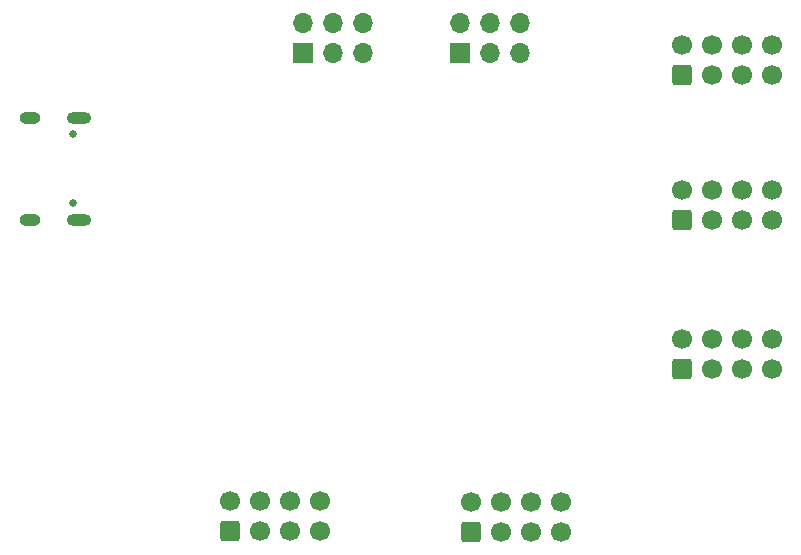
<source format=gbr>
G04 #@! TF.GenerationSoftware,KiCad,Pcbnew,8.0.6-8.0.6-0~ubuntu24.04.1*
G04 #@! TF.CreationDate,2024-11-11T15:02:52+01:00*
G04 #@! TF.ProjectId,PicoMother,5069636f-4d6f-4746-9865-722e6b696361,1*
G04 #@! TF.SameCoordinates,Original*
G04 #@! TF.FileFunction,Soldermask,Bot*
G04 #@! TF.FilePolarity,Negative*
%FSLAX46Y46*%
G04 Gerber Fmt 4.6, Leading zero omitted, Abs format (unit mm)*
G04 Created by KiCad (PCBNEW 8.0.6-8.0.6-0~ubuntu24.04.1) date 2024-11-11 15:02:52*
%MOMM*%
%LPD*%
G01*
G04 APERTURE LIST*
G04 Aperture macros list*
%AMRoundRect*
0 Rectangle with rounded corners*
0 $1 Rounding radius*
0 $2 $3 $4 $5 $6 $7 $8 $9 X,Y pos of 4 corners*
0 Add a 4 corners polygon primitive as box body*
4,1,4,$2,$3,$4,$5,$6,$7,$8,$9,$2,$3,0*
0 Add four circle primitives for the rounded corners*
1,1,$1+$1,$2,$3*
1,1,$1+$1,$4,$5*
1,1,$1+$1,$6,$7*
1,1,$1+$1,$8,$9*
0 Add four rect primitives between the rounded corners*
20,1,$1+$1,$2,$3,$4,$5,0*
20,1,$1+$1,$4,$5,$6,$7,0*
20,1,$1+$1,$6,$7,$8,$9,0*
20,1,$1+$1,$8,$9,$2,$3,0*%
G04 Aperture macros list end*
%ADD10RoundRect,0.250000X0.600000X-0.600000X0.600000X0.600000X-0.600000X0.600000X-0.600000X-0.600000X0*%
%ADD11C,1.700000*%
%ADD12R,1.700000X1.700000*%
%ADD13O,1.700000X1.700000*%
%ADD14C,0.650000*%
%ADD15O,2.100000X1.000000*%
%ADD16O,1.800000X1.000000*%
G04 APERTURE END LIST*
D10*
G04 #@! TO.C,J5*
X119989600Y-123240800D03*
D11*
X119989600Y-120700800D03*
X122529600Y-123240800D03*
X122529600Y-120700800D03*
X125069600Y-123240800D03*
X125069600Y-120700800D03*
X127609600Y-123240800D03*
X127609600Y-120700800D03*
G04 #@! TD*
D10*
G04 #@! TO.C,J3*
X158200000Y-109575600D03*
D11*
X158200000Y-107035600D03*
X160740000Y-109575600D03*
X160740000Y-107035600D03*
X163280000Y-109575600D03*
X163280000Y-107035600D03*
X165820000Y-109575600D03*
X165820000Y-107035600D03*
G04 #@! TD*
D10*
G04 #@! TO.C,J2*
X158200000Y-96901000D03*
D11*
X158200000Y-94361000D03*
X160740000Y-96901000D03*
X160740000Y-94361000D03*
X163280000Y-96901000D03*
X163280000Y-94361000D03*
X165820000Y-96901000D03*
X165820000Y-94361000D03*
G04 #@! TD*
D12*
G04 #@! TO.C,J8*
X126111000Y-82750000D03*
D13*
X126111000Y-80210000D03*
X128651000Y-82750000D03*
X128651000Y-80210000D03*
X131191000Y-82750000D03*
X131191000Y-80210000D03*
G04 #@! TD*
D10*
G04 #@! TO.C,J1*
X158200000Y-84683600D03*
D11*
X158200000Y-82143600D03*
X160740000Y-84683600D03*
X160740000Y-82143600D03*
X163280000Y-84683600D03*
X163280000Y-82143600D03*
X165820000Y-84683600D03*
X165820000Y-82143600D03*
G04 #@! TD*
D10*
G04 #@! TO.C,J4*
X140385800Y-123317000D03*
D11*
X140385800Y-120777000D03*
X142925800Y-123317000D03*
X142925800Y-120777000D03*
X145465800Y-123317000D03*
X145465800Y-120777000D03*
X148005800Y-123317000D03*
X148005800Y-120777000D03*
G04 #@! TD*
D12*
G04 #@! TO.C,J7*
X139471400Y-82750000D03*
D13*
X139471400Y-80210000D03*
X142011400Y-82750000D03*
X142011400Y-80210000D03*
X144551400Y-82750000D03*
X144551400Y-80210000D03*
G04 #@! TD*
D14*
G04 #@! TO.C,J9*
X106680000Y-89680000D03*
X106680000Y-95460000D03*
D15*
X107180000Y-88250000D03*
D16*
X103000000Y-88250000D03*
D15*
X107180000Y-96890000D03*
D16*
X103000000Y-96890000D03*
G04 #@! TD*
M02*

</source>
